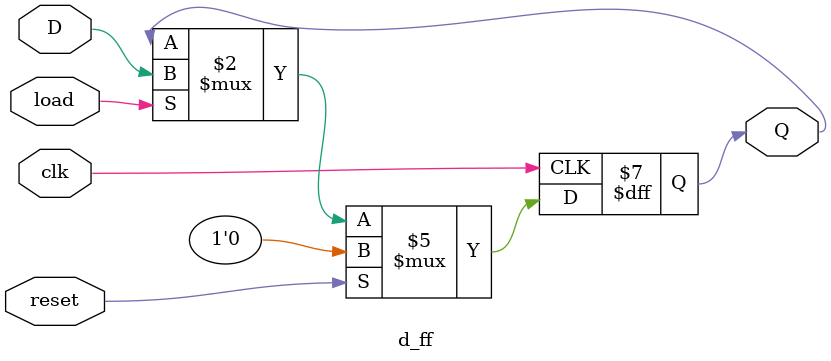
<source format=v>
`timescale 1ns / 1ps


module d_ff(
    input clk, reset,
    input load, D,
    output reg Q
    );
    
    always @ (posedge clk) begin
        if (reset)
        Q <= 1'b0;
        else if (load)
        Q <= D;
    end
endmodule

</source>
